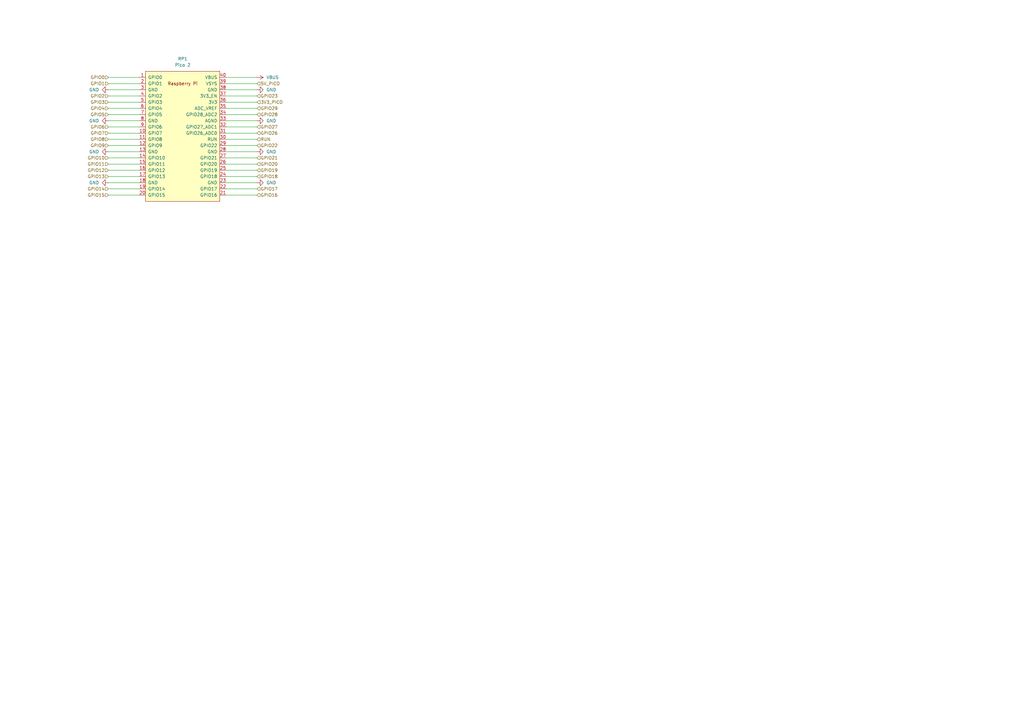
<source format=kicad_sch>
(kicad_sch (version 20231120) (generator "eeschema") (generator_version "8.0")
  (paper "A3")
  (title_block (title "Valera") (date "2025-01-08") (rev "1.0") (company "Mikhail Matveev") (comment 1 "https://github.com/xtremespb/valera"))
  (lib_symbols
    (symbol "MCU_RaspberryPi_and_Boards:Pico" (pin_names (offset 1.016))
      (property "Reference" "U" (at -13.97 27.94 0))
      (property "Value" "Pico" (at 0 19.05 0))
      (symbol "Pico_0_0"
        (text "Raspberry Pi" (at 0 21.59 0) (effects (font (size 1.27 1.27))))
      )
      (symbol "Pico_0_1"
        (rectangle (start -15.24 26.67) (end 15.24 -26.67) (fill (type background)))
      )
      (symbol "Pico_1_1"
        (pin bidirectional line (at -17.78 24.13 0) (length 2.54) (name "GPIO0") (number "1"))
        (pin bidirectional line (at -17.78 1.27 0) (length 2.54) (name "GPIO7") (number "10"))
        (pin bidirectional line (at -17.78 -1.27 0) (length 2.54) (name "GPIO8") (number "11"))
        (pin bidirectional line (at -17.78 -3.81 0) (length 2.54) (name "GPIO9") (number "12"))
        (pin power_in line (at -17.78 -6.35 0) (length 2.54) (name "GND") (number "13"))
        (pin bidirectional line (at -17.78 -8.89 0) (length 2.54) (name "GPIO10") (number "14"))
        (pin bidirectional line (at -17.78 -11.43 0) (length 2.54) (name "GPIO11") (number "15"))
        (pin bidirectional line (at -17.78 -13.97 0) (length 2.54) (name "GPIO12") (number "16"))
        (pin bidirectional line (at -17.78 -16.51 0) (length 2.54) (name "GPIO13") (number "17"))
        (pin power_in line (at -17.78 -19.05 0) (length 2.54) (name "GND") (number "18"))
        (pin bidirectional line (at -17.78 -21.59 0) (length 2.54) (name "GPIO14") (number "19"))
        (pin bidirectional line (at -17.78 21.59 0) (length 2.54) (name "GPIO1") (number "2"))
        (pin bidirectional line (at -17.78 -24.13 0) (length 2.54) (name "GPIO15") (number "20"))
        (pin bidirectional line (at 17.78 -24.13 180) (length 2.54) (name "GPIO16") (number "21"))
        (pin bidirectional line (at 17.78 -21.59 180) (length 2.54) (name "GPIO17") (number "22"))
        (pin power_in line (at 17.78 -19.05 180) (length 2.54) (name "GND") (number "23"))
        (pin bidirectional line (at 17.78 -16.51 180) (length 2.54) (name "GPIO18") (number "24"))
        (pin bidirectional line (at 17.78 -13.97 180) (length 2.54) (name "GPIO19") (number "25"))
        (pin bidirectional line (at 17.78 -11.43 180) (length 2.54) (name "GPIO20") (number "26"))
        (pin bidirectional line (at 17.78 -8.89 180) (length 2.54) (name "GPIO21") (number "27"))
        (pin power_in line (at 17.78 -6.35 180) (length 2.54) (name "GND") (number "28"))
        (pin bidirectional line (at 17.78 -3.81 180) (length 2.54) (name "GPIO22") (number "29"))
        (pin power_in line (at -17.78 19.05 0) (length 2.54) (name "GND") (number "3"))
        (pin input line (at 17.78 -1.27 180) (length 2.54) (name "RUN") (number "30"))
        (pin bidirectional line (at 17.78 1.27 180) (length 2.54) (name "GPIO26_ADC0") (number "31"))
        (pin bidirectional line (at 17.78 3.81 180) (length 2.54) (name "GPIO27_ADC1") (number "32"))
        (pin power_in line (at 17.78 6.35 180) (length 2.54) (name "AGND") (number "33"))
        (pin bidirectional line (at 17.78 8.89 180) (length 2.54) (name "GPIO28_ADC2") (number "34"))
        (pin unspecified line (at 17.78 11.43 180) (length 2.54) (name "ADC_VREF") (number "35"))
        (pin output line (at 17.78 13.97 180) (length 2.54) (name "3V3") (number "36"))
        (pin input line (at 17.78 16.51 180) (length 2.54) (name "3V3_EN") (number "37"))
        (pin bidirectional line (at 17.78 19.05 180) (length 2.54) (name "GND") (number "38"))
        (pin input line (at 17.78 21.59 180) (length 2.54) (name "VSYS") (number "39"))
        (pin bidirectional line (at -17.78 16.51 0) (length 2.54) (name "GPIO2") (number "4"))
        (pin output line (at 17.78 24.13 180) (length 2.54) (name "VBUS") (number "40"))
        (pin bidirectional line (at -17.78 13.97 0) (length 2.54) (name "GPIO3") (number "5"))
        (pin bidirectional line (at -17.78 11.43 0) (length 2.54) (name "GPIO4") (number "6"))
        (pin bidirectional line (at -17.78 8.89 0) (length 2.54) (name "GPIO5") (number "7"))
        (pin power_in line (at -17.78 6.35 0) (length 2.54) (name "GND") (number "8"))
        (pin bidirectional line (at -17.78 3.81 0) (length 2.54) (name "GPIO6") (number "9"))
      )
    )
    (symbol "power:GND" (power) (pin_numbers hide) (pin_names (offset 0) hide)
      (property "Value" "GND" (at 0 -3.81 0))
      (symbol "GND_0_1"
        (polyline (pts (xy 0 0) (xy 0 -1.27) (xy 1.27 -1.27) (xy 0 -2.54) (xy -1.27 -1.27) (xy 0 -1.27)))
      )
      (symbol "GND_1_1"
        (pin power_in line (at 0 0 270) (length 0) (name "~") (number "1"))
      )
    )
    (symbol "power:VBUS" (power) (pin_numbers hide) (pin_names (offset 0) hide)
      (property "Value" "VBUS" (at 0 3.556 0))
      (symbol "VBUS_0_1"
        (polyline (pts (xy -0.762 1.27) (xy 0 2.54)))
        (polyline (pts (xy 0 0) (xy 0 2.54)))
        (polyline (pts (xy 0 2.54) (xy 0.762 1.27)))
      )
      (symbol "VBUS_1_1"
        (pin power_in line (at 0 0 90) (length 0) (name "~") (number "1"))
      )
    )
  )
  (wire (pts (xy 92.71 52.07) (xy 105.41 52.07)))
  (wire (pts (xy 92.71 41.91) (xy 105.41 41.91)))
  (wire (pts (xy 92.71 77.47) (xy 105.41 77.47)))
  (wire (pts (xy 92.71 80.01) (xy 105.41 80.01)))
  (wire (pts (xy 44.45 52.07) (xy 57.15 52.07)))
  (wire (pts (xy 44.45 44.45) (xy 57.15 44.45)))
  (wire (pts (xy 92.71 44.45) (xy 105.41 44.45)))
  (wire (pts (xy 92.71 67.31) (xy 105.41 67.31)))
  (wire (pts (xy 44.45 77.47) (xy 57.15 77.47)))
  (wire (pts (xy 44.45 49.53) (xy 57.15 49.53)))
  (wire (pts (xy 92.71 39.37) (xy 105.41 39.37)))
  (wire (pts (xy 92.71 62.23) (xy 105.41 62.23)))
  (wire (pts (xy 92.71 31.75) (xy 105.41 31.75)))
  (wire (pts (xy 44.45 67.31) (xy 57.15 67.31)))
  (wire (pts (xy 44.45 69.85) (xy 57.15 69.85)))
  (wire (pts (xy 44.45 59.69) (xy 57.15 59.69)))
  (wire (pts (xy 92.71 49.53) (xy 105.41 49.53)))
  (wire (pts (xy 92.71 54.61) (xy 105.41 54.61)))
  (wire (pts (xy 92.71 36.83) (xy 105.41 36.83)))
  (wire (pts (xy 44.45 74.93) (xy 57.15 74.93)))
  (wire (pts (xy 44.45 31.75) (xy 57.15 31.75)))
  (wire (pts (xy 44.45 72.39) (xy 57.15 72.39)))
  (wire (pts (xy 44.45 62.23) (xy 57.15 62.23)))
  (wire (pts (xy 44.45 57.15) (xy 57.15 57.15)))
  (wire (pts (xy 44.45 36.83) (xy 57.15 36.83)))
  (wire (pts (xy 44.45 64.77) (xy 57.15 64.77)))
  (wire (pts (xy 44.45 54.61) (xy 57.15 54.61)))
  (wire (pts (xy 44.45 80.01) (xy 57.15 80.01)))
  (wire (pts (xy 92.71 69.85) (xy 105.41 69.85)))
  (wire (pts (xy 44.45 41.91) (xy 57.15 41.91)))
  (wire (pts (xy 92.71 74.93) (xy 105.41 74.93)))
  (wire (pts (xy 92.71 72.39) (xy 105.41 72.39)))
  (wire (pts (xy 92.71 59.69) (xy 105.41 59.69)))
  (wire (pts (xy 44.45 46.99) (xy 57.15 46.99)))
  (wire (pts (xy 44.45 39.37) (xy 57.15 39.37)))
  (wire (pts (xy 92.71 34.29) (xy 105.41 34.29)))
  (wire (pts (xy 44.45 34.29) (xy 57.15 34.29)))
  (wire (pts (xy 92.71 57.15) (xy 105.41 57.15)))
  (wire (pts (xy 92.71 46.99) (xy 105.41 46.99)))
  (wire (pts (xy 92.71 64.77) (xy 105.41 64.77)))
  (hierarchical_label "GPIO19" (shape input) (at 105.41 69.85 0))
  (hierarchical_label "GPIO22" (shape input) (at 105.41 59.69 0))
  (hierarchical_label "GPIO8" (shape input) (at 44.45 57.15 180))
  (hierarchical_label "GPIO14" (shape input) (at 44.45 77.47 180))
  (hierarchical_label "GPIO16" (shape input) (at 105.41 80.01 0))
  (hierarchical_label "5V_PICO" (shape input) (at 105.41 34.29 0))
  (hierarchical_label "GPIO2" (shape input) (at 44.45 39.37 180))
  (hierarchical_label "GPIO13" (shape input) (at 44.45 72.39 180))
  (hierarchical_label "GPIO29" (shape input) (at 105.41 44.45 0))
  (hierarchical_label "GPIO28" (shape input) (at 105.41 46.99 0))
  (hierarchical_label "GPIO26" (shape input) (at 105.41 54.61 0))
  (hierarchical_label "GPIO17" (shape input) (at 105.41 77.47 0))
  (hierarchical_label "GPIO12" (shape input) (at 44.45 69.85 180))
  (hierarchical_label "GPIO10" (shape input) (at 44.45 64.77 180))
  (hierarchical_label "GPIO1" (shape input) (at 44.45 34.29 180))
  (hierarchical_label "GPIO4" (shape input) (at 44.45 44.45 180))
  (hierarchical_label "GPIO21" (shape input) (at 105.41 64.77 0))
  (hierarchical_label "GPIO11" (shape input) (at 44.45 67.31 180))
  (hierarchical_label "GPIO6" (shape input) (at 44.45 52.07 180))
  (hierarchical_label "GPIO27" (shape input) (at 105.41 52.07 0))
  (hierarchical_label "GPIO0" (shape input) (at 44.45 31.75 180))
  (hierarchical_label "3V3_PICO" (shape input) (at 105.41 41.91 0))
  (hierarchical_label "GPIO3" (shape input) (at 44.45 41.91 180))
  (hierarchical_label "GPIO7" (shape input) (at 44.45 54.61 180))
  (hierarchical_label "GPIO23" (shape input) (at 105.41 39.37 0))
  (hierarchical_label "GPIO20" (shape input) (at 105.41 67.31 0))
  (hierarchical_label "GPIO9" (shape input) (at 44.45 59.69 180))
  (hierarchical_label "GPIO5" (shape input) (at 44.45 46.99 180))
  (hierarchical_label "RUN" (shape input) (at 105.41 57.15 0))
  (hierarchical_label "GPIO15" (shape input) (at 44.45 80.01 180))
  (hierarchical_label "GPIO18" (shape input) (at 105.41 72.39 0))
  (symbol (lib_id "power:GND") (at 44.45 74.93 270) (unit 1)
    (property "Reference" "#PWR046" (effects (hide yes)))
    (property "Value" "GND" (at 40.64 74.9299 90) (effects (justify right)))
    (property "Description" "Power symbol creates a global label with name \"GND\" , ground" (effects (hide yes)))
  )
  (symbol (lib_id "power:GND") (at 44.45 49.53 270) (unit 1)
    (property "Reference" "#PWR042" (effects (hide yes)))
    (property "Value" "GND" (at 40.64 49.5299 90) (effects (justify right)))
    (property "Description" "Power symbol creates a global label with name \"GND\" , ground" (effects (hide yes)))
  )
  (symbol (lib_id "power:GND") (at 105.41 49.53 90) (unit 1)
    (property "Reference" "#PWR043" (effects (hide yes)))
    (property "Value" "GND" (at 109.22 49.5299 90) (effects (justify right)))
    (property "Description" "Power symbol creates a global label with name \"GND\" , ground" (effects (hide yes)))
  )
  (symbol (lib_id "MCU_RaspberryPi_and_Boards:Pico") (at 74.93 55.88 0) (unit 1)
    (property "Reference" "RP1" (at 74.93 24.13 0))
    (property "Value" "Pico 2" (at 74.93 26.67 0))
    (property "Footprint" "LIBS:Raspberry_Pi_Pico_SMT_THT_MOD_2" (effects (hide yes)))
  )
  (symbol (lib_id "power:GND") (at 105.41 36.83 90) (unit 1)
    (property "Reference" "#PWR041" (effects (hide yes)))
    (property "Value" "GND" (at 109.22 36.8299 90) (effects (justify right)))
    (property "Description" "Power symbol creates a global label with name \"GND\" , ground" (effects (hide yes)))
  )
  (symbol (lib_id "power:GND") (at 105.41 74.93 90) (unit 1)
    (property "Reference" "#PWR047" (effects (hide yes)))
    (property "Value" "GND" (at 109.22 74.9299 90) (effects (justify right)))
    (property "Description" "Power symbol creates a global label with name \"GND\" , ground" (effects (hide yes)))
  )
  (symbol (lib_id "power:GND") (at 44.45 36.83 270) (unit 1)
    (property "Reference" "#PWR040" (effects (hide yes)))
    (property "Value" "GND" (at 40.64 36.8299 90) (effects (justify right)))
    (property "Description" "Power symbol creates a global label with name \"GND\" , ground" (effects (hide yes)))
  )
  (symbol (lib_id "power:VBUS") (at 105.41 31.75 270) (unit 1)
    (property "Reference" "#PWR039" (effects (hide yes)))
    (property "Value" "VBUS" (at 109.22 31.7499 90) (effects (justify left)))
    (property "Description" "Power symbol creates a global label with name \"VBUS\"" (effects (hide yes)))
  )
  (symbol (lib_id "power:GND") (at 44.45 62.23 270) (unit 1)
    (property "Reference" "#PWR044" (effects (hide yes)))
    (property "Value" "GND" (at 40.64 62.2299 90) (effects (justify right)))
    (property "Description" "Power symbol creates a global label with name \"GND\" , ground" (effects (hide yes)))
  )
  (symbol (lib_id "power:GND") (at 105.41 62.23 90) (unit 1)
    (property "Reference" "#PWR045" (effects (hide yes)))
    (property "Value" "GND" (at 109.22 62.2299 90) (effects (justify right)))
    (property "Description" "Power symbol creates a global label with name \"GND\" , ground" (effects (hide yes)))
  )
)
</source>
